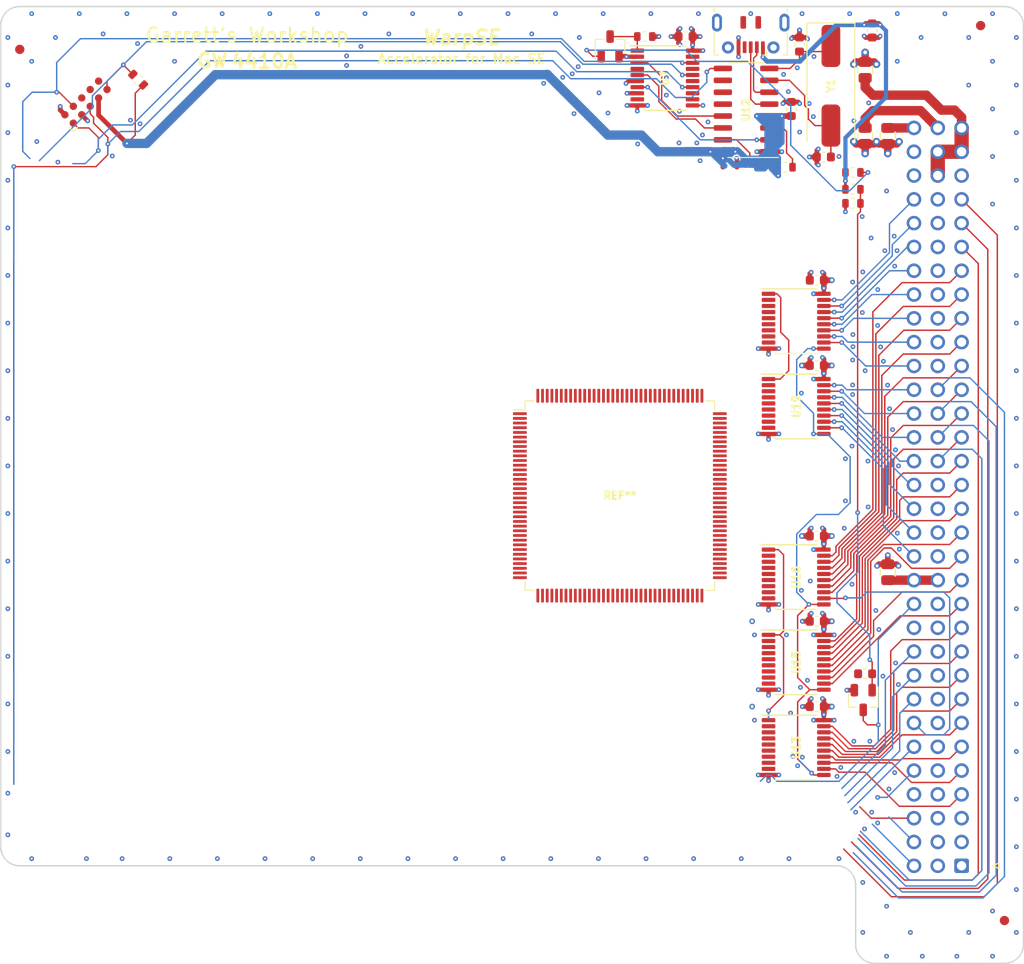
<source format=kicad_pcb>
(kicad_pcb (version 20211014) (generator pcbnew)

  (general
    (thickness 1.6)
  )

  (paper "A4")
  (layers
    (0 "F.Cu" signal)
    (1 "In1.Cu" power)
    (2 "In2.Cu" power)
    (31 "B.Cu" signal)
    (32 "B.Adhes" user "B.Adhesive")
    (33 "F.Adhes" user "F.Adhesive")
    (34 "B.Paste" user)
    (35 "F.Paste" user)
    (36 "B.SilkS" user "B.Silkscreen")
    (37 "F.SilkS" user "F.Silkscreen")
    (38 "B.Mask" user)
    (39 "F.Mask" user)
    (40 "Dwgs.User" user "User.Drawings")
    (41 "Cmts.User" user "User.Comments")
    (42 "Eco1.User" user "User.Eco1")
    (43 "Eco2.User" user "User.Eco2")
    (44 "Edge.Cuts" user)
    (45 "Margin" user)
    (46 "B.CrtYd" user "B.Courtyard")
    (47 "F.CrtYd" user "F.Courtyard")
    (48 "B.Fab" user)
    (49 "F.Fab" user)
  )

  (setup
    (pad_to_mask_clearance 0.05)
    (pcbplotparams
      (layerselection 0x00010fc_ffffffff)
      (disableapertmacros false)
      (usegerberextensions true)
      (usegerberattributes false)
      (usegerberadvancedattributes false)
      (creategerberjobfile false)
      (svguseinch false)
      (svgprecision 6)
      (excludeedgelayer true)
      (plotframeref false)
      (viasonmask false)
      (mode 1)
      (useauxorigin false)
      (hpglpennumber 1)
      (hpglpenspeed 20)
      (hpglpendiameter 15.000000)
      (dxfpolygonmode true)
      (dxfimperialunits true)
      (dxfusepcbnewfont true)
      (psnegative false)
      (psa4output false)
      (plotreference true)
      (plotvalue true)
      (plotinvisibletext false)
      (sketchpadsonfab false)
      (subtractmaskfromsilk true)
      (outputformat 1)
      (mirror false)
      (drillshape 0)
      (scaleselection 1)
      (outputdirectory "gerber/")
    )
  )

  (net 0 "")
  (net 1 "GND")
  (net 2 "+5V")
  (net 3 "+3V3")
  (net 4 "-5V")
  (net 5 "+12V")
  (net 6 "-12V")
  (net 7 "Net-(C46-Pad1)")
  (net 8 "unconnected-(J1-PadA1)")
  (net 9 "unconnected-(J1-PadA2)")
  (net 10 "unconnected-(J1-PadA3)")
  (net 11 "/Buf/MacA1")
  (net 12 "/Buf/MacA2")
  (net 13 "/Buf/MacA3")
  (net 14 "/Buf/MacA4")
  (net 15 "/Buf/MacA5")
  (net 16 "/Buf/MacA6")
  (net 17 "/Buf/MacA7")
  (net 18 "/Buf/MacA8")
  (net 19 "/Buf/MacA9")
  (net 20 "/Buf/MacA10")
  (net 21 "/Buf/MacA11")
  (net 22 "/Buf/MacA12")
  (net 23 "/Buf/MacA13")
  (net 24 "/Buf/MacA14")
  (net 25 "/Control/~{RESET}")
  (net 26 "/Buf/MacA15")
  (net 27 "/Control/Mac~{AS}")
  (net 28 "/Control/Mac~{UDS}")
  (net 29 "/Control/Mac~{LDS}")
  (net 30 "/Buf/Mac~{R}W")
  (net 31 "/Control/Mac~{DTACK}")
  (net 32 "/Buf/MacA16")
  (net 33 "/Control/Mac~{VMA}")
  (net 34 "/Control/Mac~{VPA}")
  (net 35 "/Buf/MacA17")
  (net 36 "/Buf/MacA18")
  (net 37 "/Buf/MacA19")
  (net 38 "/Buf/MacA20")
  (net 39 "/Buf/MacA21")
  (net 40 "/Buf/MacA22")
  (net 41 "/Buf/MacA23")
  (net 42 "/Control/Mac~{BERR}")
  (net 43 "/Control/~{IPL}2")
  (net 44 "/MC68k/~{IPL}1")
  (net 45 "/MC68k/~{IPL}0")
  (net 46 "/Control/MacE")
  (net 47 "unconnected-(J1-PadB10)")
  (net 48 "unconnected-(J1-PadB11)")
  (net 49 "/Control/C16M")
  (net 50 "/Control/C8M")
  (net 51 "unconnected-(J1-PadB12)")
  (net 52 "unconnected-(J1-PadB22)")
  (net 53 "unconnected-(J1-PadB23)")
  (net 54 "unconnected-(J1-PadB24)")
  (net 55 "unconnected-(J1-PadB25)")
  (net 56 "unconnected-(J1-PadB26)")
  (net 57 "unconnected-(J1-PadB27)")
  (net 58 "unconnected-(J1-PadB28)")
  (net 59 "/Control/Mac~{BR}")
  (net 60 "unconnected-(J1-PadC11)")
  (net 61 "/Buf/MacD0")
  (net 62 "/Buf/MacD1")
  (net 63 "/Buf/MacD2")
  (net 64 "/Buf/MacD3")
  (net 65 "/Buf/MacD4")
  (net 66 "/Buf/MacD5")
  (net 67 "/Buf/MacD6")
  (net 68 "/Buf/MacD7")
  (net 69 "/Buf/MacD8")
  (net 70 "/Buf/MacD9")
  (net 71 "/Buf/MacD10")
  (net 72 "/Buf/MacD11")
  (net 73 "/Buf/MacD12")
  (net 74 "/Buf/MacD13")
  (net 75 "/Buf/MacD14")
  (net 76 "/Buf/MacD15")
  (net 77 "unconnected-(J1-PadC31)")
  (net 78 "/Control/TMS")
  (net 79 "/Control/TCK")
  (net 80 "/Prog/TDO")
  (net 81 "/Control/TDI")
  (net 82 "Net-(J3-Pad3)")
  (net 83 "unconnected-(J2-Pad6)")
  (net 84 "/Prog/USB5V")
  (net 85 "Net-(J3-Pad2)")
  (net 86 "unconnected-(J2-Pad7)")
  (net 87 "unconnected-(J2-Pad8)")
  (net 88 "unconnected-(J3-Pad4)")
  (net 89 "/Buf/Dout~{OE}")
  (net 90 "/Buf/Aout~{OE}")
  (net 91 "/Buf/ADoutLE0")
  (net 92 "/Control/U~{WE}")
  (net 93 "Net-(Q1-Pad1)")
  (net 94 "/Control/Mac~{BG}")
  (net 95 "Net-(U16-Pad2)")
  (net 96 "Net-(U16-Pad3)")
  (net 97 "Net-(U16-Pad4)")
  (net 98 "Net-(U16-Pad5)")
  (net 99 "Net-(U16-Pad6)")
  (net 100 "Net-(U16-Pad7)")
  (net 101 "Net-(U16-Pad8)")
  (net 102 "Net-(U16-Pad9)")
  (net 103 "Net-(U13-Pad2)")
  (net 104 "Net-(U13-Pad3)")
  (net 105 "Net-(U13-Pad4)")
  (net 106 "Net-(U13-Pad5)")
  (net 107 "Net-(U13-Pad6)")
  (net 108 "Net-(U13-Pad7)")
  (net 109 "Net-(U13-Pad8)")
  (net 110 "Net-(U13-Pad9)")
  (net 111 "unconnected-(U7-Pad12)")
  (net 112 "unconnected-(U7-Pad13)")
  (net 113 "unconnected-(U7-Pad15)")
  (net 114 "unconnected-(U7-Pad17)")
  (net 115 "unconnected-(U7-Pad19)")
  (net 116 "unconnected-(U12-Pad10)")
  (net 117 "Net-(U15-Pad2)")
  (net 118 "Net-(U15-Pad3)")
  (net 119 "Net-(U15-Pad4)")
  (net 120 "Net-(U15-Pad5)")
  (net 121 "Net-(U15-Pad6)")
  (net 122 "Net-(U15-Pad7)")
  (net 123 "Net-(U15-Pad8)")
  (net 124 "Net-(U15-Pad9)")
  (net 125 "Net-(U19-Pad2)")
  (net 126 "Net-(U19-Pad3)")
  (net 127 "Net-(U19-Pad4)")
  (net 128 "Net-(U19-Pad5)")
  (net 129 "Net-(U19-Pad6)")
  (net 130 "Net-(U19-Pad7)")
  (net 131 "Net-(U19-Pad8)")
  (net 132 "Net-(U19-Pad9)")
  (net 133 "Net-(U21-Pad2)")
  (net 134 "Net-(U21-Pad3)")
  (net 135 "Net-(U21-Pad4)")
  (net 136 "Net-(U21-Pad5)")
  (net 137 "Net-(U21-Pad6)")
  (net 138 "Net-(U21-Pad7)")
  (net 139 "Net-(U21-Pad8)")
  (net 140 "Net-(U21-Pad9)")
  (net 141 "Net-(R5-Pad1)")
  (net 142 "Net-(C47-Pad1)")
  (net 143 "unconnected-(U12-Pad11)")
  (net 144 "unconnected-(U12-Pad12)")
  (net 145 "/Prog/UTCK")
  (net 146 "Net-(C48-Pad1)")
  (net 147 "/Prog/JTAG~{OE}")
  (net 148 "Net-(R9-Pad2)")
  (net 149 "/Prog/UTMS")
  (net 150 "/Prog/UTDI")
  (net 151 "unconnected-(J1-PadC4)")

  (footprint "stdpads:C_0805" (layer "F.Cu") (at 195.453 44.616 90))

  (footprint "stdpads:C_0805" (layer "F.Cu") (at 195.453 51.65 -90))

  (footprint "stdpads:C_0805" (layer "F.Cu") (at 197.866 51.65 -90))

  (footprint "stdpads:DIN41612_R_3x32_Male_Vertical_THT" (layer "F.Cu") (at 205.74 129.54 180))

  (footprint "stdpads:C_0603" (layer "F.Cu") (at 190.3 94.35 180))

  (footprint "stdpads:C_0603" (layer "F.Cu") (at 190.3 112.55 180))

  (footprint "stdpads:C_0603" (layer "F.Cu") (at 190.3 67.05 180))

  (footprint "stdpads:C_0603" (layer "F.Cu") (at 190.3 103.45 180))

  (footprint "stdpads:C_0805" (layer "F.Cu") (at 197.866 98.21 90))

  (footprint "stdpads:TSSOP-20_4.4x6.5mm_P0.65mm" (layer "F.Cu") (at 188.1 71.425 -90))

  (footprint "stdpads:TSSOP-20_4.4x6.5mm_P0.65mm" (layer "F.Cu") (at 188.1 80.525 -90))

  (footprint "stdpads:TSSOP-20_4.4x6.5mm_P0.65mm" (layer "F.Cu") (at 188.1 98.725 -90))

  (footprint "stdpads:TSSOP-20_4.4x6.5mm_P0.65mm" (layer "F.Cu") (at 188.1 107.825 -90))

  (footprint "stdpads:TSSOP-20_4.4x6.5mm_P0.65mm" (layer "F.Cu") (at 188.1 116.925 -90))

  (footprint "stdpads:Fiducial" (layer "F.Cu") (at 105.283 42.418))

  (footprint "stdpads:Fiducial" (layer "F.Cu") (at 207.772 39.878))

  (footprint "stdpads:Fiducial" (layer "F.Cu") (at 210.312 135.382))

  (footprint "stdpads:PasteHole_1.152mm_NPTH" (layer "F.Cu") (at 105.283 39.878))

  (footprint "stdpads:PasteHole_1.152mm_NPTH" (layer "F.Cu") (at 210.312 39.878))

  (footprint "stdpads:PasteHole_1.152mm_NPTH" (layer "F.Cu") (at 210.312 137.922))

  (footprint "stdpads:PasteHole_1.152mm_NPTH" (layer "F.Cu") (at 196.469 137.922))

  (footprint "stdpads:C_0603" (layer "F.Cu") (at 190.3 76.15 180))

  (footprint "Connector:Tag-Connect_TC2050-IDC-FP_2x05_P1.27mm_Vertical" (layer "F.Cu") (at 112.345038 48.046936 45))

  (footprint "stdpads:USB_Micro-B_ShouHan_MicroXNJ" (layer "F.Cu") (at 183.25 40.4125 90))

  (footprint "stdpads:R_0603" (layer "F.Cu") (at 117.913685 45.650685 135))

  (footprint "stdpads:SOT-23" (layer "F.Cu") (at 195.25 111.85 90))

  (footprint "stdpads:C_0603" (layer "F.Cu") (at 187.579 48.78 90))

  (footprint "stdpads:C_0603" (layer "F.Cu") (at 191.05 53.9 180))

  (footprint "stdpads:R_0603" (layer "F.Cu") (at 171.95 41.05 180))

  (footprint "stdpads:R_0603" (layer "F.Cu") (at 186.906 54.991))

  (footprint "stdpads:R_0603" (layer "F.Cu") (at 194.15 58.85 180))

  (footprint "stdpads:TSSOP-20_4.4x6.5mm_P0.65mm" (layer "F.Cu") (at 174.1 45.475 -90))

  (footprint "stdpads:C_0603" (layer "F.Cu") (at 195.45 109.05 180))

  (footprint "stdpads:SOIC-16_3.9mm" (layer "F.Cu") (at 182.753 48.895 90))

  (footprint "stdpads:Crystal_HC49-SMD" (layer "F.Cu") (at 191.8 46.3 -90))

  (footprint "stdpads:SOT-23" (layer "F.Cu") (at 168.25 42.1 -90))

  (footprint "stdpads:R_0603" (layer "F.Cu") (at 194.15 57.35 180))

  (footprint "stdpads:C_0603" (layer "F.Cu") (at 188.45 41.9 90))

  (footprint "stdpads:C_0603" (layer "F.Cu") (at 176.3 41.05 180))

  (footprint "stdpads:C_0603" (layer "F.Cu") (at 196.2 40.4 -90))

  (footprint "stdpads:R_0603" (layer "F.Cu") (at 194.15 55.55 180))

  (footprint "stdpads:TQFP-144_20x20mm_P0.5mm" (layer "F.Cu")
    (tedit 5F2A2591) (tstamp 46f9bc0a-ab12-4df4-bfac-e2e7f259c3f7)
    (at 169.291 90.043)
    (descr "TQFP, 144 Pin (http://www.microsemi.com/index.php?option=com_docman&task=doc_download&gid=131095), generated with kicad-footprint-generator ipc_qfp_generator.py")
    (tags "TQFP QFP")
    (solder_mask_margin 0.024)
    (solder_paste_margin -0.035)
    (attr smd)
    (fp_text reference "REF**" (at 0 0) (layer "F.Fab")
      (effects (font (size 0.8128 0.8128) (thickness 0.2032)))
      (tstamp acf59d62-39fd-4c8b-9518-c8773b1f25d0)
    )
    (fp_text value "TQFP-144_20x20mm_P0.5mm" (at 0 1.25) (layer "F.Fab")
      (effects (font (size 0.8128 0.8128) (thickness 0.2032)))
      (tstamp f26a384e-5623-4bf2-86e1-3678316d7fd8)
    )
    (fp_text user "${REFERENCE}" (at 0 0) (layer "F.SilkS")
      (effects (font (size 0.8128 0.8128) (thickness 0.2032)))
      (tstamp 38632c62-371c-4a69-829c-301a4dd45f52)
    )
    (fp_line (start 10.11 10.11) (end 10.11 9.16) (layer "F.SilkS") (width 0.12) (tstamp 0f80e69e-17b0-41d9-b896-69617ac5c980))
    (fp_line (start -9.16 -10.11) (end -10.11 -10.11) (layer "F.SilkS") (width 0.12) (tstamp 381e55e1-f460-4f2a-bb78-40f884c792b0))
    (fp_line (start -10.11 10.11) (end -10.11 9.16) (layer "F.SilkS") (width 0.12) (tstamp a5e4e6f4-6b42-45ce-a633-c8126999f787))
    (fp_line (start 10.11 -10.11) (end 10.11 -9.16) (layer "F.SilkS") (width 0.12) (tstamp d0489a15-0f0b-4761-8c83-5cff30a7ddac))
    (fp_line (start -9.16 10.11) (end -10.11 10.11) (layer "F.SilkS") (width 0.12) (tstamp e1dfda24-0dd3-4544-b919-49c27a7a6ded))
    (fp_line (start -10.11 -9.16) (end -11.4 -9.16) (layer "F.SilkS") (width 0.12) (tstamp e678e6c7-34d4-41ab-a4ec-95a20f1e0d73))
    (fp_line (start 9.16 10.11) (end 10.11 10.11) (layer "F.SilkS") (width 0.12) (tstamp f9ea510a-59fc-493d-bef1-3b3d5a62776d))
    (fp_line (start 9.16 -10.11) (end 10.11 -10.11) (layer "F.SilkS") (width 0.12) (tstamp fac37885-c4d1-42c6-b83d-d899372a84e9))
    (fp_line (start -10.11 -10.11) (end -10.11 -9.16) (layer "F.SilkS") (width 0.12) (tstamp fd31fe86-2a84-4178-af1a-8d29ee4f47f7))
    (fp_line (start 9.15 -10.25) (end 10.25 -10.25) (layer "F.CrtYd") (width 0.05) (tstamp 06a17c35-be1b-489a-bdd0-8481fcc8b8ba))
    (fp_line (start 10.25 9.15) (end 11.65 9.15) (layer "F.CrtYd") (width 0.05) (tstamp 16bcda3e-30a2-4fb5-a4a7-3d27f3c4d8bf))
    (fp_line (start -10.25 -9.15) (end -11.65 -9.15) (layer "F.CrtYd") (width 0.05) (tstamp 1d6d8071-ac92-4e97-b4a0-5e84ed87d1ef))
    (fp_line (start -9.15 10.25) (end -10.25 10.25) (layer "F.CrtYd") (width 0.05) (tstamp 1d6f22b0-c6a4-4960-a28f-a84e481c06c1))
    (fp_line (start -10.25 10.25) (end -10.25 9.15) (layer "F.CrtYd") (width 0.05) (tstamp 24102211-0464-4914-90d9-71347b7fcfaa))
    (fp_line (start 10.25 -10.25) (end 10.25 -9.15) (layer "F.CrtYd") (width 0.05) (tstamp 356c4287-3dad-40f8-97c9-af5cd1eb4fc2))
    (fp_line (start 9.15 -11.65) (end 9.15 -10.25) (layer "F.CrtYd") (width 0.05) (tstamp 45abfb23-d6d2-4f96-bc7d-8cdf9e98f830))
    (fp_line (start 10.25 -9.15) (end 11.65 -9.15) (layer "F.CrtYd") (width 0.05) (tstamp 45e078b8-375c-4767-8d91-3035f920d02b))
    (fp_line (start -11.65 -9.15) (end -11.65 0) (layer "F.CrtYd") (width 0.05) (tstamp 49a0d866-1333-4b7a-b0da-76faf8703a7d))
    (fp_line (start -9.15 -10.25) (end -10.25 -10.25) (layer "F.CrtYd") (width 0.05) (tstamp 4a40e094-f21a-4fb0-ba28-4ea9335dbc8c))
    (fp_line (start 9.15 11.65) (end 9.15 10.25) (layer "F.CrtYd") (width 0.05) (tstamp 531b7eed-ac3d-43d0-910e-ca82c59ba6d0))
    (fp_line (start 0 -11.65) (end -9.15 -11.65) (layer "F.CrtYd") (width 0.05) (tstamp 6c0cedce-d5e8-4216-a0e0-42310ae19fe5))
    (fp_line (start 11.65 -9.15) (end 11.65 0) (layer "F.CrtYd") (width 0.05) (tstamp 6cfba1fe-2a08-4f45-9c43-f1f86d3601ee))
    (fp_line (start 0 11.65) (end -9.15 11.65) (layer "F.CrtYd") (width 0.05) (tstamp 7fe252a5-5673-444a-a6d7-244525457a21))
    (fp_line (start 0 -11.65) (end 9.15 -11.65) (layer "F.CrtYd") (width 0.05) (tstamp 7fffe7f7-99d0-48cd-a5e2-fe3ab8ac4b49))
    (fp_line (start -11.65 9.15) (end -11.65 0) (layer "F.CrtYd") (width 0.05) (tstamp 8636361a-ff96-49c7-ae39-1457d1af6933))
    (fp_line (start -9.15 -11.65) (end -9.15 -10.25) (layer "F.CrtYd") (width 0.05) (tstamp 961432c1-1bd7-464d-95af-efaf33643fb7))
    (fp_line (start -10.25 9.15) (end -11.65 9.15) (layer "F.CrtYd") (width 0.05) (tstamp 9b2f67b0-b2cf-42e4-b261-759f728003b8))
    (fp_line (start 9.15 10.25) (end 10.25 10.25) (layer "F.CrtYd") (width 0.05) (tstamp b3f3eacf-758e-4909-b240-6d3a90c23a4b))
    (fp_line (start 0 11.65) (end 9.15 11.65) (layer "F.CrtYd") (width 0.05) (tstamp b89e2e6e-9a81-4073-bc7c-5f001e2d16a4))
    (fp_line (start 11.65 9.15) (end 11.65 0) (layer "F.CrtYd") (width 0.05) (tstamp c30b6f51-5bc9-4a76-8a03-fc4a35281769))
    (fp_line (start 10.25 10.25) (end 10.25 9.15) (layer "F.CrtYd") (width 0.05) (tstamp ce906bef-6945-463e-a57d-06edb3ed8dd0))
    (fp_line (start -9.15 11.65) (end -9.15 10.25) (layer "F.CrtYd") (width 0.05) (tstamp efd034f0-6e38-46f5-83f9-77ebd1dcc96f))
    (fp_line (start -10.25 -10.25) (end -10.25 -9.15) (layer "F.CrtYd") (width 0.05) (tstamp fa263bbc-3bf4-4d98-a5b9-2944bd9662c5))
    (fp_line (start -9 -10) (end 10 -10) (layer "F.Fab") (width 0.1) (tstamp 29c5e575-4f8b-4f60-ac25-94ffee3346d4))
    (fp_line (start 10 -10) (end 10 10) (layer "F.Fab") (width 0.1) (tstamp 6c845cd7-93a3-421f-b94a-f0a3d49e2118))
    (fp_line (start -10 -9) (end -9 -10) (layer "F.Fab") (width 0.1) (tstamp 7e1400d8-edf8-4c17-8f2e-5dc467c4c5a1))
    (fp_line (start 10 10) (end -10 10) (layer "F.Fab") (width 0.1) (tstamp c26fcf70-0f05-433b-b373-5d196bd2281b))
    (fp_line (start -10 10) (end -10 -9) (layer "F.Fab") (width 0.1) (tstamp cc8ea137-5c57-4334-9820-db00f0057105))
    (pad "1" smd roundrect locked (at -10.6625 -8.75) (size 1.475 0.3) (layers "F.Cu" "F.Paste" "F.Mask") (roundrect_rratio 0.25) (tstamp 4a845ede-4258-46b7-b03d-a737b3f81034))
    (pad "2" smd roundrect locked (at -10.6625 -8.25) (size 1.475 0.3) (layers "F.Cu" "F.Paste" "F.Mask") (roundrect_rratio 0.25) (tstamp 4185c091-095f-4e12-bd4d-b5cdf7a29e5a))
    (pad "3" smd roundrect locked (at -10.6625 -7.75) (size 1.475 0.3) (layers "F.Cu" "F.Paste" "F.Mask") (roundrect_rratio 0.25) (tstamp a3572912-ea02-49f5-9e59-c738672315d5))
    (pad "4" smd roundrect locked (at -10.6625 -7.25) (size 1.475 0.3) (layers "F.Cu" "F.Paste" "F.Mask") (roundrect_rratio 0.25) (tstamp 2f58fb13-0fd6-41c8-b9d6-ac7c982df2c7))
    (pad "5" smd roundrect locked (at -10.6625 -6.75) (size 1.475 0.3) (layers "F.Cu" "F.Paste" "F.Mask") (roundrect_rratio 0.25) (tstamp f812bf02-bb27-4792-a9e8-bff50261d428))
    (pad "6" smd roundrect locked (at -10.6625 -6.25) (size 1.475 0.3) (layers "F.Cu" "F.Paste" "F.Mask") (roundrect_rratio 0.25) (tstamp ad32a7c2-3177-4254-8c58-ae3f4bc5acc8))
    (pad "7" smd roundrect locked (at -10.6625 -5.75) (size 1.475 0.3) (layers "F.Cu" "F.Paste" "F.Mask") (roundrect_rratio 0.25) (tstamp ea5f6131-cb7d-4565-b2fb-3b607f4c793a))
    (pad "8" smd roundrect locked (at -10.6625 -5.25) (size 1.475 0.3) (layers "F.Cu" "F.Paste" "F.Mask") (roundrect_rratio 0.25) (tstamp 613f034e-b0e5-4af0-8912-8de28aaff340))
    (pad "9" smd roundrect locked (at -10.6625 -4.75) (size 1.475 0.3) (layers "F.Cu" "F.Paste" "F.Mask") (roundrect_rratio 0.25) (tstamp a8388897-7737-4925-b3c2-1c16ad936691))
    (pad "10" smd roundrect locked (at -10.6625 -4.25) (size 1.475 0.3) (layers "F.Cu" "F.Paste" "F.Mask") (roundrect_rratio 0.25) (tstamp a64455e6-d627-495b-9f65-8514d3bb72dd))
    (pad "11" smd roundrect locked (at -10.6625 -3.75) (size 1.475 0.3) (layers "F.Cu" "F.Paste" "F.Mask") (roundrect_rratio 0.25) (tstamp 27a2e118-e759-4fab-964d-896d29cf8156))
    (pad "12" smd roundrect locked (at -10.6625 -3.25) (size 1.475 0.3) (layers "F.Cu" "F.Paste" "F.Mask") (roundrect_rratio 0.25) (tstamp 6263fe16-d954-458a-b41c-3ec97dc2cd20))
    (pad "13" smd roundrect locked (at -10.6625 -2.75) (size 1.475 0.3) (layers "F.Cu" "F.Paste" "F.Mask") (roundrect_rratio 0.25) (tstamp 341315da-6e5f-4150-8d69-aa98ada8d15d))
    (pad "14" smd roundrect locked (at -10.6625 -2.25) (size 1.475 0.3) (layers "F.Cu" "F.Paste" "F.Mask") (roundrect_rratio 0.25) (tstamp 2675a4d3-7186-447b-9977-c8d9ec8ec960))
    (pad "15" smd roundrect locked (at -10.6625 -1.75) (size 1.475 0.3) (layers "F.Cu" "F.Paste" "F.Mask") (roundrect_rratio 0.25) (tstamp 75a2aae0-69e2-4d83-9be9-42ed3cee959a))
    (pad "16" smd roundrect locked (at -10.6625 -1.25) (size 1.475 0.3) (layers "F.Cu" "F.Paste" "F.Mask") (roundrect_rratio 0.25) (tstamp 12ee9b34-dac1-4efd-83e4-efe4ceb38d08))
    (pad "17" smd roundrect locked (at -10.6625 -0.75) (size 1.475 0.3) (layers "F.Cu" "F.Paste" "F.Mask") (roundrect_rratio 0.25) (tstamp f2ac752d-77fb-4207-8734-5921bce1d521))
    (pad "18" smd roundrect locked (at -10.6625 -0.25) (size 1.475 0.3) (layers "F.Cu" "F.Paste" "F.Mask") (roundrect_rratio 0.25) (tstamp 77b79ea0-339d-4f61-a577-3271d58ae481))
    (pad "19" smd roundrect locked (at -10.6625 0.25) (size 1.475 0.3) (layers "F.Cu" "F.Paste" "F.Mask") (roundrect_rratio 0.25) (tstamp c9afdea5-5056-4ad5-8448-258b85b01044))
    (pad "20" smd roundrect locked (at -10.6625 0.75) (size 1.475 0.3) (layers "F.Cu" "F.Paste" "F.Mask") (roundrect_rratio 0.25) (tstamp fbc7e202-63db-4480-807b-a1299f724084))
    (pad "21" smd roundrect locked (at -10.6625 1.25) (size 1.475 0.3) (layers "F.Cu" "F.Paste" "F.Mask") (roundrect_rratio 0.25) (tstamp 8558dab7-0d43-47de-80af-4cdd13781fe2))
    (pad "22" smd roundrect locked (at -10.6625 1.75) (size 1.475 0.3) (layers "F.Cu" "F.Paste" "F.Mask") (roundrect_rratio 0.25) (tstamp ddb5f8dd-5d88-4a91-94a7-605ff0bc864c))
    (pad "23" smd roundrect locked (at -10.6625 2.25) (size 1.475 0.3) (layers "F.Cu" "F.Paste" "F.Mask") (roundrect_rratio 0.25) (tstamp eaf7cd09-b431-4057-b79e-c8e8374de80d))
    (pad "24" smd roundrect locked (at -10.6625 2.75) (size 1.475 0.3) (layers "F.Cu" "F.Paste" "F.Mask") (roundrect_rratio 0.25) (tstamp 5b884601-5bcd-48d5-bb43-0263308466ad))
    (pad "25" smd roundrect locked (at -10.6625 3.25) (size 1.475 0.3) (layers "F.Cu" "F.Paste" "F.Mask") (roundrect_rratio 0.25) (tstamp 74d746b6-9788-4944-abc2-b38e39ffb848))
    (pad "26" smd roundrect locked (at -10.6625 3.75) (size 1.475 0.3) (layers "F.Cu" "F.Paste" "F.Mask") (roundrect_rratio 0.25) (tstamp 78aa089c-961b-4293-bd83-49567b2363bb))
    (pad "27" smd roundrect locked (at -10.6625 4.25) (size 1.475 0.3) (layers "F.Cu" "F.Paste" "F.Mask") (roundrect_rratio 0.25) (tstamp 2d0ab220-0688-4e6c-9ffa-aea20ea16a50))
    (pad "28" smd roundrect locked (at -10.6625 4.75) (size 1.475 0.3) (layers "F.Cu" "F.Paste" "F.Mask") (roundrect_rratio 0.25) (tstamp 4d953a03-7400-408a-ab72-b915b2bd4f9d))
    (pad "29" smd roundrect locked (at -10.6625 5.25) (size 1.475 0.3) (layers "F.Cu" "F.Paste" "F.Mask") (roundrect_rratio 0.25) (tstamp 9d8a59ef-7707-4f48-b5dc-cc4207ed4417))
    (pad "30" smd roundrect locked (at -10.6625 5.75) (size 1.475 0.3) (layers "F.Cu" "F.Paste" "F.Mask") (roundrect_rratio 0.25) (tstamp 2d0d82e6-9072-4a61-8b7f-50fba67d3922))
    (pad "31" smd roundrect locked (at -10.6625 6.25) (size 1.475 0.3) (layers "F.Cu" "F.Paste" "F.Mask") (roundrect_rratio 0.25) (tstamp 555ecba0-4740-4f39-bd81-505f03fc8d68))
    (pad "32" smd roundrect locked (at -10.6625 6.75) (size 1.475 0.3) (layers "F.Cu" "F.Paste" "F.Mask") (roundrect_rratio 0.25) (tstamp bc163f63-625b-4f58-bb6b-0b5c677e55ea))
    (pad "33" smd roundrect locked (at -10.6625 7.25) (size 1.475 0.3) (layers "F.Cu" "F.Paste" "F.Mask") (roundrect_rratio 0.25) (tstamp 082c6e2e-031d-417d-bb82-27229bcce7cb))
    (pad "34" smd roundrect locked (at -10.6625 7.75) (size 1.475 0.3) (layers "F.Cu" "F.Paste" "F.Mask") (roundrect_rratio 0.25) (tstamp ac352dc5-ffc9-4b35-8a4e-43e72ddf4102))
    (pad "35" smd roundrect locked (at -10.6625 8.25) (size 1.475 0.3) (layers "F.Cu" "F.Paste" "F.Mask") (roundrect_rratio 0.25) (tstamp 6bc15498-fb12-4d56-9111-98194f37f0ee))
    (pad "36" smd roundrect locked (at -10.6625 8.75) (size 1.475 0.3) (layers "F.Cu" "F.Paste" "F.Mask") (roundrect_rratio 0.25) (tstamp 9f06c32a-0890-4518-8f21-a3f97318bb8c))
    (pad "37" smd roundrect locked (at -8.75 10.6625) (size 0.3 1.475) (layers "F.Cu" "F.Paste" "F.Mask") (roundrect_rratio 0.25) (tstamp 140e5396-eb10-437f-9095-12e1c1259027))
    (pad "38" smd roundrect locked (at -8.25 10.6625) (size 0.3 1.475) (layers "F.Cu" "F.Paste" "F.Mask") (roundrect_rratio 0.25) (tstamp 579ab363-6acc-4856-bf07-71cc18493068))
    (pad "39" smd roundrect locked (at -7.75 10.6625) (size 0.3 1.475) (layers "F.Cu" "F.Paste" "F.Mask") (roundrect_rratio 0.25) (tstamp b9e9c8cb-fa9f-4ff4-a3a1-1e05879b1129))
    (pad "40" smd roundrect locked (at -7.25 10.6625) (size 0.3 1.475) (layers "F.Cu" "F.Paste" "F.Mask") (roundrect_rratio 0.25) (tstamp f5068270-9501-4b1a-8894-41d5b8c889f1))
    (pad "41" smd roundrect locked (at -6.75 10.6625) (size 0.3 1.475) (layers "F.Cu" "F.Paste" "F.Mask") (roundrect_rratio 0.25) (tstamp 7b0519c4-eb90-4bb8-9677-404783e34386))
    (pad "42" smd roundrect locked (at -6.25 10.6625) (size 0.3 1.475) (layers "F.Cu" "F.Paste" "F.Mask") (roundrect_rratio 0.25) (tstamp 116083df-994b-483f-8b92-b20ed176352e))
    (pad "43" smd roundrect locked (at -5.75 10.6625) (size 0.3 1.475) (layers "F.Cu" "F.Paste" "F.Mask") (roundrect_rratio 0.25) (tstamp 28cb8a1f-2916-43e4-8d43-2cb24ceb9582))
    (pad "44" smd roundrect locked (at -5.25 10.6625) (size 0.3 1.475) (layers "F.Cu" "F.Paste" "F.Mask") (roundrect_rratio 0.25) (tstamp daed47da-df41-4cd3-bc33-da55369ca133))
    (pad "45" smd roundrect locked (at -4.75 10.6625) (size 0.3 1.475) (layers "F.Cu" "F.Paste" "F.Mask") (roundrect_rratio 0.25) (tstamp 1674cfce-cca4-48e9-993d-ff2877827b89))
    (pad "46" smd roundrect locked (at -4.25 10.6625) (size 0.3 1.475) (layers "F.Cu" "F.Paste" "F.Mask") (roundrect_rratio 0.25) (tstamp efd41b30-5e08-4d63-949a-56b947426fba))
    (pad "47" smd roundrect locked (at -3.75 10.6625) (size 0.3 1.475) (layers "F.Cu" "F.Paste" "F.Mask") (roundrect_rratio 0.25) (tstamp f1d4d018-ed17-42b1-8a1b-e072f6c56123))
    (pad "48" smd roundrect locked (at -3.25 10.6625) (size 0.3 1.475) (layers "F.Cu" "F.Paste" "F.Mask") (roundrect_rratio 0.25) (tstamp da3a2d0f-320f-40b8-85fd-95504879c4f4))
    (pad "49" smd roundrect locked (at -2.75 10.6625) (size 0.3 1.475) (layers "F.Cu" "F.Paste" "F.Mask") (roundrect_rratio 0.25) (tstamp 7a3542ad-fc96-4f43-b2e3-91bcf6b535b7))
    (pad "50" smd roundrect locked (at -2.25 10.6625) (size 0.3 1.475) (layers "F.Cu" "F.Paste" "F.Mask") (roundrect_rratio 0.25) (tstamp 1b85dc4a-4c90-4b1c-b9e5-b265bcd68582))
    (pad "51" smd roundrect locked (at -1.75 10.6625) (size 0.3 1.475) (layers "F.Cu" "F.Paste" "F.Mask") (roundrect_rratio 0.25) (tstamp 15b6a48d-191c-46c2-a2e9-00f1f0bce3cb))
    (pad "52" smd roundrect locked (at -1.25 10.6625) (size 0.3 1.475) (layers "F.Cu" "F.Paste" "F.Mask") (roundrect_rratio 0.25) (tstamp 137ee554-06e3-4c22-9196-ad448971ea72))
    (pad "53" smd roundrect locked (at -0.75 10.6625) (size 0.3 1.475) (layers "F.Cu" "F.Paste" "F.Mask") (roundrect_rratio 0.25) (tstamp 84897844-7b1f-4c99-9735-bfc5054d7d5e))
    (pad "54" smd roundrect locked (at -0.25 10.6625) (size 0.3 1.475) (layers "F.Cu" "F.Paste" "F.Mask") (roundrect_rratio 0.25) (tstamp 5aadcb68-7758-4cae-840a-87a636c2454e))
    (pad "55" smd roundrect locked (at 0.25 10.6625) (size 0.3 1.475) (layers "F.Cu" "F.Paste" "F.Mask") (roundrect_rratio 0.25) (tstamp dd029484-f131-41e0-9500-d615c2767dd9))
    (pad "56" smd roundrect locked (at 0.75 10.6625) (size 0.3 1.475) (layers "F.Cu" "F.Paste" "F.Mask") (roundrect_rratio 0.25) (tstamp e6587539-83fd-4a25-9d7c-64353261053a))
    (pad "57" smd roundrect locked (at 1.25 10.6625) (size 0.3 1.475) (layers "F.Cu" "F.Paste" "F.Mask") (roundrect_rratio 0.25) (tstamp e5f26301-88ac-4474-9a0a-4b8ba4463a93))
    (pad "58" smd roundrect locked (at 1.75 10.6625) (size 0.3 1.475) (layers "F.Cu" "F.Paste" "F.Mask") (roundrect_rratio 0.25) (tstamp c2a5e629-85b7-4b94-affe-a36e30cf0701))
    (pad "59" smd roundrect locked (at 2.25 10.6625) (size 0.3 1.475) (layers "F.Cu" "F.Paste" "F.Mask") (roundrect_rratio 0.25) (tstamp a5e9a97f-8fb2-46cf-ae7c-53286ce3cf15))
    (pad "60" smd roundrect locked (at 2.75 10.6625) (size 0.3 1.475) (layers "F.Cu" "F.Paste" "F.Mask") (roundrect_rratio 0.25) (tstamp 8a368292-2135-44aa-9063-b6922b29d01b))
    (pad "61" smd roundrect locked (at 3.25 10.6625) (size 0.3 1.475) (layers "F.Cu" "F.Paste" "F.Mask") (roundrect_rratio 0.25) (tstamp 16ea782a-5d19-40e7-b50c-44f6c23d9e30))
    (pad "62" smd roundrect locked (at 3.75 10.6625) (size 0.3 1.475) (layers "F.Cu" "F.Paste" "F.Mask") (roundrect_rratio 0.25) (tstamp 86e80b51-943a-40cd-b8af-c695a7800861))
    (pad "63" smd roundrect locked (at 4.25 10.6625) (size 0.3 1.475) (layers "F.Cu" "F.Paste" "F.Mask") (roundrect_rratio 0.25) (tstamp 8e38d9ba-c2e4-4e30-b430-e77e9b5aee3e))
    (pad "64" smd roundrect locked (at 4.75 10.6625) (size 0.3 1.475) (layers "F.Cu" "F.Paste" "F.Mask") (roundrect_rratio 0.25) (tstamp 63dc6e8e-165e-4618-8ec9-b0e29de9e505))
    (pad "65" smd roundrect locked (at 5.25 10.6625) (size 0.3 1.475) (layers "F.Cu" "F.Paste" "F.Mask") (roundrect_rratio 0.25) (tstamp daa022d3-e3a6-4690-b5ff-395e88902025))
    (pad "66" smd roundrect locked (at 5.75 10.6625) (size 0.3 1.475) (layers "F.Cu" "F.Paste" "F.Mask") (roundrect_rratio 0.25) (tstamp 44f79423-2d54-429f-82cc-568ec955f499))
    (pad "67" smd roundrect locked (at 6.25 10.6625) (size 0.3 1.475) (layers "F.Cu" "F.Paste" "F.Mask") (roundrect_rratio 0.25) (tstamp bb48e932-296d-47ee-984a-a431be9151c1))
    (pad "68" smd roundrect locked (at 6.75 10.6625) (size 0.3 1.475) (layers "F.Cu" "F.Paste" "F.Mask") (roundrect_rratio 0.25) (tstamp 04d496c0-7630-4e31-841b-424516a96733))
    (pad "69" smd roundrect locked (at 7.25 10.6625) (size 0.3 1.475) (layers "F.Cu" "F.Paste" "F.Mask") (roundrect_rratio 0.25) (tstamp 6e1a4d2d-0f83-4edd-be5b-d6cd3f33563c))
    (pad "70" smd roundrect locked (at 7.75 10.6625) (size 0.3 1.475) (layers "F.Cu" "F.Paste" "F.Mask") (roundrect_rratio 0.25) (tstamp 4f33ec46-958b-40af-8630-d0baf9d33517))
    (pad "71" smd roundrect locked (at 8.25 10.6625) (size 0.3 1.475) (layers "F.Cu" "F.Paste" "F.Mask") (roundrect_rratio 0.25) (tstamp 52e03ff9-972c-4e5b-be0d-60386fd84eec))
    (pad "72" smd roundrect locked (at 8.75 10.6625) (size 0.3 1.475) (layers "F.Cu" "F.Paste" "F.Mask") (roundrect_rratio 0.25) (tstamp 45b32cbe-f349-4537-ac1d-3bcbe169abd8))
    (pad "73" smd roundrect locked (at 10.6625 8.75) (size 1.475 0.3) (layers "F.Cu" "F.Paste" "F.Mask") (roundrect_rratio 0.25) (tstamp 07dcc106-cd50-48a4-ae95-898cefc11718))
    (pad "74" smd roundrect locked (at 10.6625 8.25) (size 1.475 0.3) (layers "F.Cu" "F.Paste" "F.Mask") (roundrect_rratio 0.25) (tstamp 60222471-4339-470e-94ad-a3989b366d9d))
    (pad "75" smd roundrect locked (at 10.6625 7.75) (size 1.475 0.3) (layers "F.Cu" "F.Paste" "F.Mask") (roundrect_rratio 0.25) (tstamp 62def94f-da82-4011-bf35-41c3c797a86b))
    (pad "76" smd roundrect locked (at 10.6625 7.25) (size 1.475 0.3) (layers "F.Cu" "F.Paste" "F.Mask") (roundrect_rratio 0.25) (tstamp ace519ac-34a0-4c5b-8268-9ed5ecaff650))
    (pad "77" smd roundrect locked (at 10.6625 6.75) (size 1.475 0.3) (layers "F.Cu" "F.Paste" "F.Mask") (roundrect_rratio 0.25) (tstamp 6b8afd19-0304-4bb1-bbbb-9c1c90728de6))
    (pad "78" smd roundrect locked (at 10.6625 6.25) (size 1.475 0.3) (layers "F.Cu" "F.Paste" "F.Mask") (roundrect_rratio 0.25) (tstamp acf2ac89-d19c-4fc5-b3e5-650246529e6b))
    (pad "79" smd roundrect locked (at 10.6625 5.75) (size 1.475 0.3) (layers "F.Cu" "F.Paste" "F.Mask") (roundrect_rratio 0.25) (tstamp 7215e3ab-6ad6-4323-a021-07baca282c25))
    (pad "80" smd roundrect locked (at 10.6625 5.25) (size 1.475 0.3) (layers "F.Cu" "F.Paste" "F.Mask") (roundrect_rratio 0.25) (tstamp 395e6f0f-1b46-4738-9b4a-5227280e3baf))
    (pad "81" smd roundrect locked (at 10.6625 4.75) (size 1.475 0.3) (layers "F.Cu" "F.Paste" "F.Mask") (roundrect_rratio 0.25) (tstamp 52fa2e13-7f82-4b40-810d-dad822d69f90))
    (pad "82" smd roundrect locked (at 10.6625 4.25) (size 1.475 0.3) (layers "F.Cu" "F.Paste" "F.Mask") (roundrect_rratio 0.25) (tstamp 8368d915-c51f-408f-9d7d-586d019d801d))
    (pad "83" smd roundrect locked (at 10.6625 3.75) (size 1.475 0.3) (layers "F.Cu" "F.Paste" "F.Mask") (roundrect_rratio 0.25) (tstamp faa31e7d-c5c9-44ec-8d27-b76418faacbe))
    (pad "84" smd roundrect locked (at 10.6625 3.25) (size 1.475 0.3) (layers "F.Cu" "F.Paste" "F.Mask") (roundrect_rratio 0.25) (tstamp 7d5b7a43-1087-40c5-b365-cf5a95052eaa))
    (pad "85" smd roundrect locked (at 10.6625 2.75) (size 1.475 0.3) (layers "F.Cu" "F.Paste" "F.Mask") (roundrect_rratio 0.25) (tstamp 5583c201-6be4-428e-b26c-47c80d52ce89))
    (pad "86" smd roundrect locked (at 10.6625 2.25) (size 1.475 0.3) (layers "F.Cu" "F.Paste" "F.Mask") (roundrect_rratio 0.25) (tstamp e9bc4e11-a5ee-4061-840e-f8dc66f8dd4c))
    (pad "87" smd roundrect locked (at 10.6625 1.75) (size 1.475 0.3) (layers "F.Cu" "F.Paste" "F.Mask") (roundrect_rratio 0.25) (tstamp dd06c53d-16fb-4a9e-8aae-ff135cb05e90))
    (pad "88" smd roundrect locked (at 10.6625 1.25) (size 1.475 0.3) (layers "F.Cu" "F.Paste" "F.Mask") (roundrect_rratio 0.25) (tstamp c678ce50-ba3c-4678-9482-24a696c9c6e8))
    (pad "89" smd roundrect locked (at 10.6625 0.75) (size 1.475 0.3) (layers "F.Cu" "F.Paste" "F.Mask") (roundrect_rratio 0.25) (tstamp a1a91a3c-be00-4a5f-b6fd-08f2251a3f4b))
    (pad "90" smd roundrect locked (at 10.6625 0.25) (size 1.475 0.3) (layers "F.Cu" "F.Paste" "F.Mask") (roundrect_rratio 0.25) (tstamp f636e04d-0dfe-4aa2-9554-f36008921b26))
    (pad "91" smd roundrect locked (at 10.6625 -0.25) (size 1.475 0.3) (layers "F.Cu" "F.Paste" "F.Mask") (roundrect_rratio 0.25) (tstamp 7357a284-7584-4504-841b-2b26711f754e))
    (pad "92" smd roundrect locked (at 10.6625 -0.75) (size 1.475 0.3) (layers "F.Cu" "F.Paste" "F.Mask") (roundrect_rratio 0.25) (tstamp e07137ef-0f66-46e8-9703-ea94c2761c5c))
    (pad "93" smd roundrect locked (at 10.6625 -1.25) (size 1.475 0.3) (layers "F.Cu" "F.Paste" "F.Mask") (roundrect_rratio 0.25) (tstamp 8357af93-cef0-4b70-a998-2f9e5157b337))
    (pad "94" smd roundrect locked (at 10.6625 -1.75) (size 1.475 0.3) (layers "F.Cu" "F.Paste" "F.Mask") (roundrect_rratio 0.25) (tstamp 154a279c-077a-4b57-ba14-bee3bf04ef54))
    (pad "95" smd roundrect locked (at 10.6625 -2.25) (size 1.475 0.3) (layers "F.Cu" "F.Paste" "F.Mask") (roundrect_rratio 0.25) (tstamp c729631f-04fc-4fce-b913-13a0f4c0d366))
    (pad "96" smd roundrect locked (at 10.6625 -2.75) (size 1.475 0.3) (layers "F.Cu" "F.Paste" "F.Mask") (roundrect_rratio 0.25) (tstamp 9e13d2db-2f0c-4a98-927f-dc8db5c78d21))
    (pad "97" smd roundrect locked (at 10.6625 -3.25) (size 1.475 0.3) (layers "F.Cu" "F.Paste" "F.Mask") (roundrect_rratio 0.25) (tstamp 5b029871-3393-49c5-9db3-138e236ed7aa))
    (pad "98" smd roundrect locked (at 10.6625 -3.75) (size 1.475 0.3) (layers "F.Cu" "F.Paste" "F.Mask") (roundrect_rratio 0.25) (tstamp b5a3aabe-c57d-4f24-b844-400086efa7a3))
    (pad "99" smd roundrect locked (at 10.6625 -4.25) (size 1.475 0.3) (layers "F.Cu" "F.Paste" "F.Mask") (roundrect_rratio 0.25) (tstamp 1f78fa40-7452-401c-8e3f-5b7ed017f314))
    (pad "100" smd roundrect locked (at 10.6625 -4.75) (size 1.475 0.3) (layers "F.Cu" "F.Paste" "F.Mask") (roundrect_rratio 0.25) (tstamp 41171d68-d3f9-4307-adc8-447b560a8e74))
    (pad "101" smd roundrect locked (at 10.6625 -5.25) (size 1.475 0.3) (layers "F.Cu" "F.Paste" "F.Mask") (roundrect_rratio 0.25) (tstamp 1d25a575-afb0-461b-9884-5f1fdd4ab66e))
    (pad "102" smd roundrect locked (at 10.6625 -5.75) (size 1.475 0.3) (layers "F.Cu" "F.Paste" "F.Mask") (roundrect_rratio 0.25) (tstamp d8c14ee5-7809-4164-a805-08aa435888de))
    (pad "103" smd roundrect locked (at 10.6625 -6.25) (size 1.475 0.3) (layers "F.Cu" "F.Paste" "F.Mask") (roundrect_rratio 0.25) (tstamp b26edc33-c8e8-4e6b-b6c2-b65bf9b79591))
    (pad "104" smd roundrect locked (at 10.6625 -6.75) (size 1.475 0.3) (layers "F.Cu" "F.Paste" "F.Mask") (roundrect_rratio 0.25) (tstamp 96002283-24b6-467d-9a81-413346a5f4ab))
    (pad "105" smd roundrect locked (at 10.6625 -7.25) (size 1.475 0.3) (layers "F.Cu" "F.Paste" "F.Mask") (roundrect_rratio 0.25) (tstamp 07e46668-402e-4bdf-8347-240a4ebe47d7))
    (pad "106" smd roundrect locked (at 10.6625 -7.75) (size 1.475 0.3) (layers "F.Cu" "F.Paste" "F.Mask") (roundrect_rratio 0.25) (tstamp 5349beaf-ce1a-44b4-98f0-117a2bc3c5bb))
    (pad "107" smd roundrect locked (at 10.6625 -8.25) (size 1.475 0.3) (layers "F.Cu" "F.Paste" "F.Mask") (roundrect_rratio 0.25) (tstamp 1bdfede1-22a7-4a7e-8979-e030eca04f8f))
    (pad "108" smd roundrect locked (at 10.6625 -8.75) (size 1.475 0.3) (layers "F.Cu" "F.Paste" "F.Mask") (roundrect_rratio 0.25) (tstamp d0cc2ba0-ec90-4ec1-af0e-fcdbd6eed891))
    (pad "109" smd roundrect locked (at 8.75 -10.6625) (size 0.3 1.475) (layers "F.Cu" "F.Paste" "F.Mask") (roundrect_rratio 0.25) (tstamp
... [155960 chars truncated]
</source>
